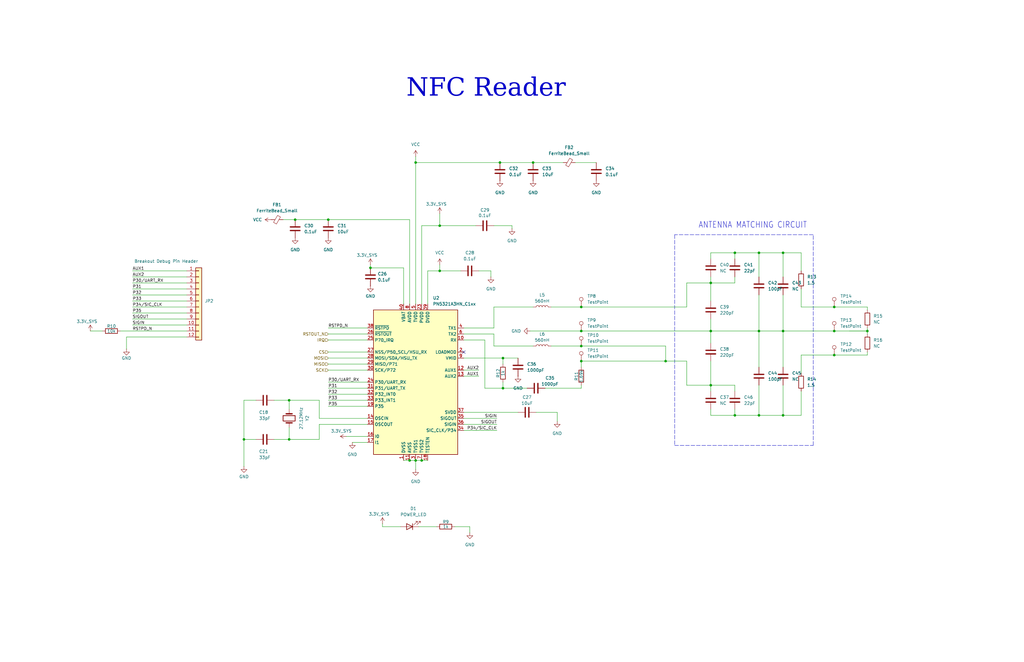
<source format=kicad_sch>
(kicad_sch (version 20231120) (generator "eeschema") (generator_version "8.0")
  (paper "B")
  (title_block (title "SCAN") (date "2024-11-25") (rev "v1.0") (company "Senior Design Group 35"))
  (lib_symbols
    (symbol "Connector:TestPoint" (pin_numbers hide) (pin_names (offset 0.762) hide)
      (property "Reference" "TP" (at 0 6.858 0))
      (property "Value" "TestPoint" (at 0 5.08 0))
      (symbol "TestPoint_0_1"
        (circle (center 0 3.302) (radius 0.762))
      )
      (symbol "TestPoint_1_1"
        (pin passive line (at 0 0 90) (length 2.54) (name "1") (number "1"))
      )
    )
    (symbol "Connector_Generic:Conn_01x12" (pin_names (offset 1.016) hide)
      (property "Reference" "J" (at 0 15.24 0))
      (property "Value" "Conn_01x12" (at 0 -17.78 0))
      (symbol "Conn_01x12_1_1"
        (rectangle (start -1.27 -15.113) (end 0 -15.367) (stroke (width 0.1524)))
        (rectangle (start -1.27 -12.573) (end 0 -12.827) (stroke (width 0.1524)))
        (rectangle (start -1.27 -10.033) (end 0 -10.287) (stroke (width 0.1524)))
        (rectangle (start -1.27 -7.493) (end 0 -7.747) (stroke (width 0.1524)))
        (rectangle (start -1.27 -4.953) (end 0 -5.207) (stroke (width 0.1524)))
        (rectangle (start -1.27 -2.413) (end 0 -2.667) (stroke (width 0.1524)))
        (rectangle (start -1.27 0.127) (end 0 -0.127) (stroke (width 0.1524)))
        (rectangle (start -1.27 2.667) (end 0 2.413) (stroke (width 0.1524)))
        (rectangle (start -1.27 5.207) (end 0 4.953) (stroke (width 0.1524)))
        (rectangle (start -1.27 7.747) (end 0 7.493) (stroke (width 0.1524)))
        (rectangle (start -1.27 10.287) (end 0 10.033) (stroke (width 0.1524)))
        (rectangle (start -1.27 12.827) (end 0 12.573) (stroke (width 0.1524)))
        (rectangle (start -1.27 13.97) (end 1.27 -16.51) (stroke (width 0.254)) (fill (type background)))
        (pin passive line (at -5.08 12.7 0) (length 3.81) (name "Pin_1") (number "1"))
        (pin passive line (at -5.08 -10.16 0) (length 3.81) (name "Pin_10") (number "10"))
        (pin passive line (at -5.08 -12.7 0) (length 3.81) (name "Pin_11") (number "11"))
        (pin passive line (at -5.08 -15.24 0) (length 3.81) (name "Pin_12") (number "12"))
        (pin passive line (at -5.08 10.16 0) (length 3.81) (name "Pin_2") (number "2"))
        (pin passive line (at -5.08 7.62 0) (length 3.81) (name "Pin_3") (number "3"))
        (pin passive line (at -5.08 5.08 0) (length 3.81) (name "Pin_4") (number "4"))
        (pin passive line (at -5.08 2.54 0) (length 3.81) (name "Pin_5") (number "5"))
        (pin passive line (at -5.08 0 0) (length 3.81) (name "Pin_6") (number "6"))
        (pin passive line (at -5.08 -2.54 0) (length 3.81) (name "Pin_7") (number "7"))
        (pin passive line (at -5.08 -5.08 0) (length 3.81) (name "Pin_8") (number "8"))
        (pin passive line (at -5.08 -7.62 0) (length 3.81) (name "Pin_9") (number "9"))
      )
    )
    (symbol "Device:C" (pin_numbers hide) (pin_names (offset 0.254))
      (property "Reference" "C" (at 0.635 2.54 0))
      (property "Value" "C" (at 0.635 -2.54 0))
      (symbol "C_0_1"
        (polyline (pts (xy -2.032 -0.762) (xy 2.032 -0.762)) (stroke (width 0.508)))
        (polyline (pts (xy -2.032 0.762) (xy 2.032 0.762)) (stroke (width 0.508)))
      )
      (symbol "C_1_1"
        (pin passive line (at 0 3.81 270) (length 2.794) (name "~") (number "1"))
        (pin passive line (at 0 -3.81 90) (length 2.794) (name "~") (number "2"))
      )
    )
    (symbol "Device:Crystal" (pin_numbers hide) (pin_names (offset 1.016) hide)
      (property "Reference" "Y" (at 0 3.81 0))
      (property "Value" "Crystal" (at 0 -3.81 0))
      (symbol "Crystal_0_1"
        (rectangle (start -1.143 2.54) (end 1.143 -2.54) (stroke (width 0.3048)))
        (polyline (pts (xy -2.54 0) (xy -1.905 0)))
        (polyline (pts (xy -1.905 -1.27) (xy -1.905 1.27)) (stroke (width 0.508)))
        (polyline (pts (xy 1.905 -1.27) (xy 1.905 1.27)) (stroke (width 0.508)))
        (polyline (pts (xy 2.54 0) (xy 1.905 0)))
      )
      (symbol "Crystal_1_1"
        (pin passive line (at -3.81 0 0) (length 1.27) (name "1") (number "1"))
        (pin passive line (at 3.81 0 180) (length 1.27) (name "2") (number "2"))
      )
    )
    (symbol "Device:FerriteBead_Small" (pin_numbers hide) (pin_names (offset 0))
      (property "Reference" "FB" (at 1.905 1.27 0))
      (property "Value" "FerriteBead_Small" (at 1.905 -1.27 0))
      (symbol "FerriteBead_Small_0_1"
        (polyline (pts (xy 0 -1.27) (xy 0 -0.7874)))
        (polyline (pts (xy 0 0.889) (xy 0 1.2954)))
        (polyline (pts (xy -1.8288 0.2794) (xy -1.1176 1.4986) (xy 1.8288 -0.2032) (xy 1.1176 -1.4224) (xy -1.8288 0.2794)))
      )
      (symbol "FerriteBead_Small_1_1"
        (pin passive line (at 0 2.54 270) (length 1.27) (name "~") (number "1"))
        (pin passive line (at 0 -2.54 90) (length 1.27) (name "~") (number "2"))
      )
    )
    (symbol "Device:L" (pin_numbers hide) (pin_names (offset 1.016) hide)
      (property "Reference" "L" (at -1.27 0 90))
      (property "Value" "L" (at 1.905 0 90))
      (symbol "L_0_1"
        (arc (start 0 -2.54) (mid 0.6323 -1.905) (end 0 -1.27))
        (arc (start 0 -1.27) (mid 0.6323 -0.635) (end 0 0))
        (arc (start 0 0) (mid 0.6323 0.635) (end 0 1.27))
        (arc (start 0 1.27) (mid 0.6323 1.905) (end 0 2.54))
      )
      (symbol "L_1_1"
        (pin passive line (at 0 3.81 270) (length 1.27) (name "1") (number "1"))
        (pin passive line (at 0 -3.81 90) (length 1.27) (name "2") (number "2"))
      )
    )
    (symbol "Device:LED" (pin_numbers hide) (pin_names (offset 1.016) hide)
      (property "Reference" "D" (at 0 2.54 0))
      (property "Value" "LED" (at 0 -2.54 0))
      (symbol "LED_0_1"
        (polyline (pts (xy -1.27 -1.27) (xy -1.27 1.27)) (stroke (width 0.254)))
        (polyline (pts (xy -1.27 0) (xy 1.27 0)))
        (polyline (pts (xy 1.27 -1.27) (xy 1.27 1.27) (xy -1.27 0) (xy 1.27 -1.27)) (stroke (width 0.254)))
        (polyline (pts (xy -3.048 -0.762) (xy -4.572 -2.286) (xy -3.81 -2.286) (xy -4.572 -2.286) (xy -4.572 -1.524)))
        (polyline (pts (xy -1.778 -0.762) (xy -3.302 -2.286) (xy -2.54 -2.286) (xy -3.302 -2.286) (xy -3.302 -1.524)))
      )
      (symbol "LED_1_1"
        (pin passive line (at -3.81 0 0) (length 2.54) (name "K") (number "1"))
        (pin passive line (at 3.81 0 180) (length 2.54) (name "A") (number "2"))
      )
    )
    (symbol "Device:R" (pin_numbers hide) (pin_names (offset 0))
      (property "Reference" "R" (at 2.032 0 90))
      (property "Value" "R" (at 0 0 90))
      (symbol "R_0_1"
        (rectangle (start -1.016 -2.54) (end 1.016 2.54) (stroke (width 0.254)))
      )
      (symbol "R_1_1"
        (pin passive line (at 0 3.81 270) (length 1.27) (name "~") (number "1"))
        (pin passive line (at 0 -3.81 90) (length 1.27) (name "~") (number "2"))
      )
    )
    (symbol "RF_NFC:PN5321A3HN_C1xx"
      (property "Reference" "U" (at -15.24 31.75 0))
      (property "Value" "PN5321A3HN_C1xx" (at 15.24 31.75 0))
      (symbol "PN5321A3HN_C1xx_0_1"
        (rectangle (start -17.78 30.48) (end 17.78 -30.48) (stroke (width 0.254)) (fill (type background)))
      )
      (symbol "PN5321A3HN_C1xx_1_1"
        (pin power_in line (at -5.08 -33.02 90) (length 2.54) (name "DVSS") (number "1"))
        (pin input line (at 20.32 17.78 180) (length 2.54) (name "RX") (number "10"))
        (pin power_in line (at -2.54 -33.02 90) (length 2.54) (name "AVSS") (number "11"))
        (pin output line (at 20.32 5.08 180) (length 2.54) (name "AUX1") (number "12"))
        (pin output line (at 20.32 2.54 180) (length 2.54) (name "AUX2") (number "13"))
        (pin input line (at -20.32 -15.24 0) (length 2.54) (name "OSCIN") (number "14"))
        (pin output line (at -20.32 -17.78 0) (length 2.54) (name "OSCOUT") (number "15"))
        (pin passive line (at -20.32 -22.86 0) (length 2.54) (name "I0") (number "16"))
        (pin passive line (at -20.32 -25.4 0) (length 2.54) (name "I1") (number "17"))
        (pin passive line (at 5.08 -33.02 90) (length 2.54) (name "TESTEN") (number "18"))
        (pin bidirectional line (at -20.32 -10.16 0) (length 2.54) (name "P35") (number "19"))
        (pin output line (at 20.32 12.7 180) (length 2.54) (name "LOADMOD") (number "2"))
        (pin no_connect line (at 17.78 -2.54 180) (length 2.54) hide (name "N.C.") (number "20"))
        (pin no_connect line (at 17.78 -5.08 180) (length 2.54) hide (name "N.C.") (number "21"))
        (pin no_connect line (at 17.78 -7.62 180) (length 2.54) hide (name "N.C.") (number "22"))
        (pin power_in line (at 2.54 33.02 270) (length 2.54) (name "PVDD") (number "23"))
        (pin bidirectional line (at -20.32 0 0) (length 2.54) (name "P30/UART_RX") (number "24"))
        (pin bidirectional line (at -20.32 17.78 0) (length 2.54) (name "P70_IRQ") (number "25"))
        (pin output line (at -20.32 20.32 0) (length 2.54) (name "~{RSTOUT}") (number "26"))
        (pin bidirectional line (at -20.32 12.7 0) (length 2.54) (name "NSS/P50_SCL/HSU_RX") (number "27"))
        (pin bidirectional line (at -20.32 10.16 0) (length 2.54) (name "MOSI/SDA/HSU_TX") (number "28"))
        (pin bidirectional line (at -20.32 7.62 0) (length 2.54) (name "MISO/P71") (number "29"))
        (pin power_in line (at 0 -33.02 90) (length 2.54) (name "TVSS1") (number "3"))
        (pin bidirectional line (at -20.32 5.08 0) (length 2.54) (name "SCK/P72") (number "30"))
        (pin bidirectional line (at -20.32 -2.54 0) (length 2.54) (name "P31/UART_TX") (number "31"))
        (pin bidirectional line (at -20.32 -5.08 0) (length 2.54) (name "P32_INT0") (number "32"))
        (pin bidirectional line (at -20.32 -7.62 0) (length 2.54) (name "P33_INT1") (number "33"))
        (pin bidirectional line (at 20.32 -20.32 180) (length 2.54) (name "SIC_CLK/P34") (number "34"))
        (pin output line (at 20.32 -15.24 180) (length 2.54) (name "SIGOUT") (number "35"))
        (pin input line (at 20.32 -17.78 180) (length 2.54) (name "SIGIN") (number "36"))
        (pin output line (at 20.32 -12.7 180) (length 2.54) (name "SVDD") (number "37"))
        (pin input line (at -20.32 22.86 0) (length 2.54) (name "~{RSTPD}") (number "38"))
        (pin power_out line (at 5.08 33.02 270) (length 2.54) (name "DVDD") (number "39"))
        (pin output line (at 20.32 22.86 180) (length 2.54) (name "TX1") (number "4"))
        (pin power_in line (at -5.08 33.02 270) (length 2.54) (name "VBAT") (number "40"))
        (pin passive line (at -2.54 -33.02 90) (length 2.54) hide (name "AVSS") (number "41"))
        (pin power_in line (at 0 33.02 270) (length 2.54) (name "TVDD") (number "5"))
        (pin output line (at 20.32 20.32 180) (length 2.54) (name "TX2") (number "6"))
        (pin power_in line (at 2.54 -33.02 90) (length 2.54) (name "TVSS2") (number "7"))
        (pin power_in line (at -2.54 33.02 270) (length 2.54) (name "AVDD") (number "8"))
        (pin output line (at 20.32 10.16 180) (length 2.54) (name "VMID") (number "9"))
      )
    )
    (symbol "power:+3.3V" (power) (pin_numbers hide) (pin_names (offset 0) hide)
      (property "Value" "+3.3V" (at 0 3.556 0))
      (symbol "+3.3V_0_1"
        (polyline (pts (xy -0.762 1.27) (xy 0 2.54)))
        (polyline (pts (xy 0 0) (xy 0 2.54)))
        (polyline (pts (xy 0 2.54) (xy 0.762 1.27)))
      )
      (symbol "+3.3V_1_1"
        (pin power_in line (at 0 0 90) (length 0) (name "~") (number "1"))
      )
    )
    (symbol "power:GND" (power) (pin_numbers hide) (pin_names (offset 0) hide)
      (property "Value" "GND" (at 0 -3.81 0))
      (symbol "GND_0_1"
        (polyline (pts (xy 0 0) (xy 0 -1.27) (xy 1.27 -1.27) (xy 0 -2.54) (xy -1.27 -1.27) (xy 0 -1.27)))
      )
      (symbol "GND_1_1"
        (pin power_in line (at 0 0 270) (length 0) (name "~") (number "1"))
      )
    )
    (symbol "power:VCC" (power) (pin_numbers hide) (pin_names (offset 0) hide)
      (property "Value" "VCC" (at 0 3.556 0))
      (symbol "VCC_0_1"
        (polyline (pts (xy -0.762 1.27) (xy 0 2.54)))
        (polyline (pts (xy 0 0) (xy 0 2.54)))
        (polyline (pts (xy 0 2.54) (xy 0.762 1.27)))
      )
      (symbol "VCC_1_1"
        (pin power_in line (at 0 0 90) (length 0) (name "~") (number "1"))
      )
    )
  )
  (junction (at 185.42 95.25))
  (junction (at 330.2 139.7))
  (junction (at 309.88 106.68))
  (junction (at 351.79 139.7))
  (junction (at 102.87 185.42))
  (junction (at 121.92 185.42))
  (junction (at 280.67 152.4))
  (junction (at 175.26 68.58))
  (junction (at 121.92 168.91))
  (junction (at 309.88 175.26))
  (junction (at 299.72 162.56))
  (junction (at 245.11 139.7))
  (junction (at 224.79 68.58))
  (junction (at 330.2 106.68))
  (junction (at 299.72 119.38))
  (junction (at 245.11 152.4))
  (junction (at 156.21 113.03))
  (junction (at 351.79 129.54))
  (junction (at 330.2 175.26))
  (junction (at 365.76 139.7))
  (junction (at 212.09 163.83))
  (junction (at 177.8 194.31))
  (junction (at 351.79 149.86))
  (junction (at 320.04 139.7))
  (junction (at 124.46 92.71))
  (junction (at 212.09 151.13))
  (junction (at 320.04 175.26))
  (junction (at 138.43 92.71))
  (junction (at 175.26 194.31))
  (junction (at 245.11 146.05))
  (junction (at 320.04 106.68))
  (junction (at 185.42 114.3))
  (junction (at 245.11 129.54))
  (junction (at 172.72 194.31))
  (junction (at 299.72 139.7))
  (junction (at 210.82 68.58))
  (no_connect (at 195.58 148.59))
  (wire (pts (xy 177.8 95.25) (xy 185.42 95.25)))
  (wire (pts (xy 320.04 162.56) (xy 320.04 175.26)) (stroke (width 0.1524)))
  (wire (pts (xy 138.43 143.51) (xy 154.94 143.51)))
  (wire (pts (xy 232.41 129.54) (xy 245.11 129.54)))
  (wire (pts (xy 330.2 106.68) (xy 330.2 116.84)) (stroke (width 0.1524)))
  (wire (pts (xy 124.46 92.71) (xy 138.43 92.71)))
  (wire (pts (xy 365.76 129.54) (xy 365.76 130.81)) (stroke (width 0.1524)))
  (wire (pts (xy 351.79 139.7) (xy 365.76 139.7)) (stroke (width 0.1524)))
  (wire (pts (xy 134.62 176.53) (xy 154.94 176.53)))
  (wire (pts (xy 195.58 181.61) (xy 209.55 181.61)))
  (wire (pts (xy 289.56 162.56) (xy 289.56 152.4)) (stroke (width 0.1524)))
  (wire (pts (xy 337.82 149.86) (xy 351.79 149.86)) (stroke (width 0.1524)))
  (wire (pts (xy 156.21 111.76) (xy 156.21 113.03)))
  (wire (pts (xy 299.72 116.84) (xy 299.72 119.38)) (stroke (width 0.1524)))
  (polyline (pts (xy 342.9 99.06) (xy 284.48 99.06)) (stroke (width 0.1524) (type dash)))
  (wire (pts (xy 161.29 220.98) (xy 161.29 222.25)))
  (wire (pts (xy 138.43 140.97) (xy 154.94 140.97)))
  (wire (pts (xy 146.05 184.15) (xy 154.94 184.15)))
  (polyline (pts (xy 342.9 187.96) (xy 342.9 99.06)) (stroke (width 0.1524) (type dash)))
  (wire (pts (xy 299.72 119.38) (xy 309.88 119.38)) (stroke (width 0.1524)))
  (wire (pts (xy 170.18 128.27) (xy 170.18 113.03)))
  (wire (pts (xy 175.26 198.12) (xy 175.26 194.31)))
  (wire (pts (xy 204.47 143.51) (xy 195.58 143.51)))
  (wire (pts (xy 185.42 90.17) (xy 185.42 95.25)))
  (wire (pts (xy 134.62 168.91) (xy 134.62 176.53)))
  (wire (pts (xy 208.28 95.25) (xy 215.9 95.25)))
  (wire (pts (xy 234.95 173.99) (xy 234.95 177.8)))
  (wire (pts (xy 337.82 114.3) (xy 337.82 106.68)) (stroke (width 0.1524)))
  (wire (pts (xy 280.67 152.4) (xy 289.56 152.4)))
  (wire (pts (xy 309.88 106.68) (xy 309.88 109.22)) (stroke (width 0.1524)))
  (wire (pts (xy 208.28 138.43) (xy 208.28 129.54)))
  (wire (pts (xy 175.26 68.58) (xy 210.82 68.58)))
  (wire (pts (xy 330.2 154.94) (xy 330.2 139.7)) (stroke (width 0.1524)))
  (wire (pts (xy 78.74 132.08) (xy 55.88 132.08)) (stroke (width 0.1524)))
  (wire (pts (xy 245.11 129.54) (xy 289.56 129.54)))
  (wire (pts (xy 172.72 92.71) (xy 172.72 128.27)))
  (wire (pts (xy 365.76 138.43) (xy 365.76 139.7)) (stroke (width 0.1524)))
  (wire (pts (xy 330.2 162.56) (xy 330.2 175.26)) (stroke (width 0.1524)))
  (wire (pts (xy 299.72 119.38) (xy 299.72 127)) (stroke (width 0.1524)))
  (wire (pts (xy 245.11 163.83) (xy 229.87 163.83)))
  (wire (pts (xy 309.88 165.1) (xy 309.88 162.56)) (stroke (width 0.1524)))
  (wire (pts (xy 78.74 137.16) (xy 55.88 137.16)) (stroke (width 0.1524)))
  (wire (pts (xy 365.76 148.59) (xy 365.76 149.86)) (stroke (width 0.1524)))
  (wire (pts (xy 222.25 163.83) (xy 212.09 163.83)))
  (wire (pts (xy 176.53 222.25) (xy 184.15 222.25)))
  (wire (pts (xy 337.82 157.48) (xy 337.82 149.86)) (stroke (width 0.1524)))
  (wire (pts (xy 299.72 172.72) (xy 299.72 175.26)) (stroke (width 0.1524)))
  (wire (pts (xy 177.8 194.31) (xy 180.34 194.31)))
  (wire (pts (xy 138.43 151.13) (xy 154.94 151.13)))
  (wire (pts (xy 245.11 154.94) (xy 245.11 152.4)))
  (polyline (pts (xy 284.48 187.96) (xy 342.9 187.96)) (stroke (width 0.1524) (type dash)))
  (wire (pts (xy 78.74 139.7) (xy 50.8 139.7)) (stroke (width 0.1524)))
  (wire (pts (xy 121.92 168.91) (xy 121.92 172.72)))
  (wire (pts (xy 138.43 148.59) (xy 154.94 148.59)))
  (wire (pts (xy 121.92 185.42) (xy 115.57 185.42)))
  (wire (pts (xy 280.67 146.05) (xy 280.67 152.4)))
  (wire (pts (xy 177.8 95.25) (xy 177.8 128.27)))
  (wire (pts (xy 138.43 156.21) (xy 154.94 156.21)))
  (wire (pts (xy 320.04 175.26) (xy 309.88 175.26)) (stroke (width 0.1524)))
  (wire (pts (xy 299.72 144.78) (xy 299.72 139.7)) (stroke (width 0.1524)))
  (wire (pts (xy 119.38 92.71) (xy 124.46 92.71)))
  (wire (pts (xy 299.72 162.56) (xy 289.56 162.56)) (stroke (width 0.1524)))
  (wire (pts (xy 245.11 163.83) (xy 245.11 162.56)))
  (wire (pts (xy 195.58 176.53) (xy 209.55 176.53)))
  (wire (pts (xy 78.74 129.54) (xy 55.88 129.54)) (stroke (width 0.1524)))
  (wire (pts (xy 365.76 139.7) (xy 358.14 139.7)))
  (wire (pts (xy 185.42 111.76) (xy 185.42 114.3)))
  (wire (pts (xy 299.72 134.62) (xy 299.72 139.7)) (stroke (width 0.1524)))
  (wire (pts (xy 330.2 139.7) (xy 320.04 139.7)) (stroke (width 0.1524)))
  (wire (pts (xy 330.2 124.46) (xy 330.2 139.7)) (stroke (width 0.1524)))
  (wire (pts (xy 180.34 114.3) (xy 180.34 128.27)))
  (wire (pts (xy 320.04 106.68) (xy 320.04 116.84)) (stroke (width 0.1524)))
  (wire (pts (xy 207.01 116.84) (xy 207.01 114.3)))
  (wire (pts (xy 121.92 180.34) (xy 121.92 185.42)))
  (wire (pts (xy 195.58 158.75) (xy 201.93 158.75)) (stroke (width 0.1524)))
  (wire (pts (xy 134.62 179.07) (xy 154.94 179.07)))
  (wire (pts (xy 351.79 129.54) (xy 365.76 129.54)) (stroke (width 0.1524)))
  (wire (pts (xy 195.58 140.97) (xy 208.28 140.97)))
  (wire (pts (xy 309.88 175.26) (xy 309.88 172.72)) (stroke (width 0.1524)))
  (wire (pts (xy 309.88 106.68) (xy 320.04 106.68)) (stroke (width 0.1524)))
  (wire (pts (xy 195.58 173.99) (xy 218.44 173.99)))
  (wire (pts (xy 299.72 152.4) (xy 299.72 162.56)) (stroke (width 0.1524)))
  (wire (pts (xy 299.72 162.56) (xy 299.72 165.1)) (stroke (width 0.1524)))
  (wire (pts (xy 172.72 194.31) (xy 175.26 194.31)))
  (wire (pts (xy 232.41 146.05) (xy 245.11 146.05)))
  (wire (pts (xy 43.18 139.7) (xy 38.1 139.7)) (stroke (width 0.1524)))
  (wire (pts (xy 198.12 224.79) (xy 198.12 222.25)))
  (wire (pts (xy 78.74 121.92) (xy 55.88 121.92)) (stroke (width 0.1524)))
  (wire (pts (xy 78.74 127) (xy 55.88 127)) (stroke (width 0.1524)))
  (wire (pts (xy 121.92 185.42) (xy 134.62 185.42)))
  (wire (pts (xy 208.28 146.05) (xy 224.79 146.05)))
  (wire (pts (xy 180.34 114.3) (xy 185.42 114.3)))
  (wire (pts (xy 156.21 113.03) (xy 170.18 113.03)))
  (wire (pts (xy 320.04 124.46) (xy 320.04 139.7)) (stroke (width 0.1524)))
  (wire (pts (xy 102.87 196.85) (xy 102.87 185.42)))
  (wire (pts (xy 208.28 140.97) (xy 208.28 146.05)))
  (wire (pts (xy 175.26 194.31) (xy 177.8 194.31)))
  (wire (pts (xy 78.74 124.46) (xy 55.88 124.46)) (stroke (width 0.1524)))
  (wire (pts (xy 138.43 166.37) (xy 154.94 166.37)))
  (wire (pts (xy 102.87 185.42) (xy 107.95 185.42)))
  (wire (pts (xy 138.43 153.67) (xy 154.94 153.67)))
  (wire (pts (xy 115.57 168.91) (xy 121.92 168.91)))
  (wire (pts (xy 224.79 68.58) (xy 237.49 68.58)))
  (wire (pts (xy 138.43 92.71) (xy 172.72 92.71)))
  (wire (pts (xy 195.58 138.43) (xy 208.28 138.43)))
  (wire (pts (xy 102.87 168.91) (xy 102.87 185.42)))
  (wire (pts (xy 212.09 163.83) (xy 204.47 163.83)))
  (wire (pts (xy 134.62 185.42) (xy 134.62 179.07)))
  (wire (pts (xy 251.46 68.58) (xy 242.57 68.58)))
  (wire (pts (xy 195.58 151.13) (xy 212.09 151.13)))
  (wire (pts (xy 53.34 142.24) (xy 53.34 147.32)) (stroke (width 0.1524)))
  (wire (pts (xy 320.04 154.94) (xy 320.04 139.7)) (stroke (width 0.1524)))
  (wire (pts (xy 234.95 173.99) (xy 226.06 173.99)))
  (wire (pts (xy 78.74 116.84) (xy 55.88 116.84)) (stroke (width 0.1524)))
  (wire (pts (xy 170.18 194.31) (xy 172.72 194.31)))
  (wire (pts (xy 289.56 119.38) (xy 289.56 129.54)) (stroke (width 0.1524)))
  (wire (pts (xy 365.76 139.7) (xy 365.76 140.97)))
  (wire (pts (xy 309.88 119.38) (xy 309.88 116.84)) (stroke (width 0.1524)))
  (wire (pts (xy 121.92 168.91) (xy 134.62 168.91)))
  (wire (pts (xy 245.11 146.05) (xy 280.67 146.05)))
  (wire (pts (xy 207.01 114.3) (xy 201.93 114.3)))
  (wire (pts (xy 299.72 106.68) (xy 309.88 106.68)) (stroke (width 0.1524)))
  (wire (pts (xy 337.82 175.26) (xy 337.82 165.1)) (stroke (width 0.1524)))
  (wire (pts (xy 337.82 175.26) (xy 330.2 175.26)) (stroke (width 0.1524)))
  (wire (pts (xy 299.72 109.22) (xy 299.72 106.68)) (stroke (width 0.1524)))
  (wire (pts (xy 337.82 129.54) (xy 337.82 121.92)) (stroke (width 0.1524)))
  (wire (pts (xy 185.42 114.3) (xy 194.31 114.3)))
  (wire (pts (xy 330.2 175.26) (xy 320.04 175.26)) (stroke (width 0.1524)))
  (wire (pts (xy 107.95 168.91) (xy 102.87 168.91)))
  (wire (pts (xy 195.58 179.07) (xy 209.55 179.07)))
  (wire (pts (xy 245.11 139.7) (xy 299.72 139.7)))
  (wire (pts (xy 138.43 171.45) (xy 154.94 171.45)))
  (wire (pts (xy 309.88 162.56) (xy 299.72 162.56)) (stroke (width 0.1524)))
  (wire (pts (xy 138.43 161.29) (xy 154.94 161.29)))
  (wire (pts (xy 148.59 186.69) (xy 154.94 186.69)))
  (wire (pts (xy 212.09 151.13) (xy 212.09 153.67)))
  (wire (pts (xy 138.43 138.43) (xy 154.94 138.43)))
  (wire (pts (xy 78.74 142.24) (xy 53.34 142.24)) (stroke (width 0.1524)))
  (wire (pts (xy 78.74 119.38) (xy 55.88 119.38)) (stroke (width 0.1524)))
  (wire (pts (xy 320.04 139.7) (xy 299.72 139.7)) (stroke (width 0.1524)))
  (wire (pts (xy 78.74 114.3) (xy 55.88 114.3)) (stroke (width 0.1524)))
  (wire (pts (xy 299.72 119.38) (xy 289.56 119.38)) (stroke (width 0.1524)))
  (wire (pts (xy 223.52 139.7) (xy 245.11 139.7)))
  (wire (pts (xy 175.26 66.04) (xy 175.26 68.58)))
  (wire (pts (xy 204.47 163.83) (xy 204.47 143.51)))
  (wire (pts (xy 78.74 134.62) (xy 55.88 134.62)) (stroke (width 0.1524)))
  (wire (pts (xy 185.42 95.25) (xy 200.66 95.25)))
  (wire (pts (xy 210.82 68.58) (xy 224.79 68.58)))
  (wire (pts (xy 245.11 152.4) (xy 280.67 152.4)))
  (wire (pts (xy 138.43 163.83) (xy 154.94 163.83)))
  (wire (pts (xy 351.79 149.86) (xy 365.76 149.86)) (stroke (width 0.1524)))
  (wire (pts (xy 330.2 106.68) (xy 337.82 106.68)) (stroke (width 0.1524)))
  (wire (pts (xy 212.09 161.29) (xy 212.09 163.83)))
  (wire (pts (xy 330.2 139.7) (xy 351.79 139.7)) (stroke (width 0.1524)))
  (wire (pts (xy 320.04 106.68) (xy 330.2 106.68)) (stroke (width 0.1524)))
  (wire (pts (xy 161.29 222.25) (xy 168.91 222.25)))
  (polyline (pts (xy 284.48 99.06) (xy 284.48 187.96)) (stroke (width 0.1524) (type dash)))
  (wire (pts (xy 198.12 222.25) (xy 191.77 222.25)))
  (wire (pts (xy 337.82 129.54) (xy 351.79 129.54)) (stroke (width 0.1524)))
  (wire (pts (xy 309.88 175.26) (xy 299.72 175.26)) (stroke (width 0.1524)))
  (wire (pts (xy 175.26 128.27) (xy 175.26 68.58)))
  (wire (pts (xy 212.09 151.13) (xy 218.44 151.13)))
  (wire (pts (xy 138.43 168.91) (xy 154.94 168.91)))
  (wire (pts (xy 215.9 95.25) (xy 215.9 96.52)))
  (wire (pts (xy 208.28 129.54) (xy 224.79 129.54)))
  (wire (pts (xy 195.58 156.21) (xy 201.93 156.21)) (stroke (width 0.1524)))
  (text "NFC Reader" (at 204.978 39.37 0) (effects (font (size 7.62 7.62) (thickness 0.9525))))
  (text "ANTENNA MATCHING CIRCUIT" (at 340.36 96.52 0) (effects (font (size 2.54 2.159)) (justify right bottom)))
  (label "P33" (at 138.43 168.91 0) (effects (font (size 1.2446 1.2446))))
  (label "AUX2" (at 201.93 156.21 180) (effects (font (size 1.2446 1.2446))))
  (label "P33" (at 55.88 127 0) (effects (font (size 1.2446 1.2446))))
  (label "P35" (at 55.88 132.08 0) (effects (font (size 1.2446 1.2446))))
  (label "RSTPD_N" (at 55.88 139.7 0) (effects (font (size 1.2446 1.2446))))
  (label "P32" (at 138.43 166.37 0) (effects (font (size 1.2446 1.2446))))
  (label "SIGIN" (at 209.55 176.53 180) (effects (font (size 1.2446 1.2446))))
  (label "SIGIN" (at 55.88 137.16 0) (effects (font (size 1.2446 1.2446))))
  (label "AUX1" (at 201.93 158.75 180) (effects (font (size 1.2446 1.2446))))
  (label "SIGOUT" (at 209.55 179.07 180) (effects (font (size 1.2446 1.2446))))
  (label "RSTPD_N" (at 138.43 138.43 0) (effects (font (size 1.2446 1.2446))))
  (label "P35" (at 138.43 171.45 0) (effects (font (size 1.2446 1.2446))))
  (label "AUX2" (at 55.88 116.84 0) (effects (font (size 1.2446 1.2446))))
  (label "P31" (at 55.88 121.92 0) (effects (font (size 1.2446 1.2446))))
  (label "AUX1" (at 55.88 114.3 0) (effects (font (size 1.2446 1.2446))))
  (label "P30/UART_RX" (at 55.88 119.38 0) (effects (font (size 1.2446 1.2446))))
  (label "P30/UART_RX" (at 138.43 161.29 0) (effects (font (size 1.2446 1.2446))))
  (label "P32" (at 55.88 124.46 0) (effects (font (size 1.2446 1.2446))))
  (label "P31" (at 138.43 163.83 0) (effects (font (size 1.2446 1.2446))))
  (label "P34/SIC_CLK" (at 55.88 129.54 0) (effects (font (size 1.2446 1.2446))))
  (label "SIGOUT" (at 55.88 134.62 0) (effects (font (size 1.2446 1.2446))))
  (label "P34/SIC_CLK" (at 209.55 181.61 180) (effects (font (size 1.2446 1.2446))))
  (hierarchical_label "RSTOUT_N" (shape input) (at 138.43 140.97 180) (effects (font (size 1.2446 1.2446))))
  (hierarchical_label "MISO" (shape input) (at 138.43 153.67 180) (effects (font (size 1.2446 1.2446))))
  (hierarchical_label "MOSI" (shape input) (at 138.43 151.13 180) (effects (font (size 1.2446 1.2446))))
  (hierarchical_label "SCK" (shape input) (at 138.43 156.21 180) (effects (font (size 1.2446 1.2446))))
  (hierarchical_label "IRQ" (shape input) (at 138.43 143.51 180) (effects (font (size 1.2446 1.2446))))
  (hierarchical_label "CS" (shape input) (at 138.43 148.59 180) (effects (font (size 1.2446 1.2446))))
  (symbol (lib_id "Connector:TestPoint") (at 245.11 129.54 0) (unit 1)
    (property "Reference" "TP8" (at 247.65 124.9679 0) (effects (justify left)))
    (property "Value" "TestPoint" (at 247.65 127.5079 0) (effects (justify left)))
    (property "Description" "test point" (effects (hide yes)))
    (instances (project "" (path "" (reference "TP8") (unit 1))) (project "SCAN" (path "" (reference "TP1") (unit 1))))
  )
  (symbol (lib_id "Connector:TestPoint") (at 351.79 139.7 0) (unit 1)
    (property "Reference" "TP13" (at 354.33 135.1279 0) (effects (justify left)))
    (property "Value" "TestPoint" (at 354.33 137.6679 0) (effects (justify left)))
    (property "Description" "test point" (effects (hide yes)))
    (instances (project "Adafruit PN532_Breakout_v1.6" (path "" (reference "TP13") (unit 1))) (project "SCAN" (path "" (reference "TP6") (unit 1))))
  )
  (symbol (lib_id "Connector_Generic:Conn_01x12") (at 83.82 127 0) (unit 1)
    (property "Reference" "JP2" (at 86.36 126.9999 0) (effects (justify left)))
    (property "Value" "Breakout Debug Pin Header" (at 56.642 110.236 0) (effects (justify left)))
    (property "Description" "Generic connector, single row, 01x12, script generated (kicad-library-utils/schlib/autogen/connector/)" (effects (hide yes)))
    (instances (project "Adafruit PN532_Breakout_v1.6" (path "" (reference "JP2") (unit 1))) (project "SCAN" (path "" (reference "JP1") (unit 1))))
  )
  (symbol (lib_id "Device:C") (at 320.04 120.65 0) (unit 1)
    (property "Reference" "C42" (at 323.85 119.3799 0) (effects (justify left)))
    (property "Value" "100pF" (at 323.85 121.9199 0) (effects (justify left)))
    (property "Description" "Unpolarized capacitor" (effects (hide yes)))
    (instances (project "Adafruit PN532_Breakout_v1.6" (path "" (reference "C42") (unit 1))) (project "SCAN" (path "" (reference "C50") (unit 1))))
  )
  (symbol (lib_id "power:GND") (at 251.46 76.2 0) (unit 1)
    (property "Reference" "#PWR044" (effects (hide yes)))
    (property "Value" "GND" (at 251.46 81.28 0))
    (property "Description" "Power symbol creates a global label with name \"GND\" , ground" (effects (hide yes)))
    (instances (project "Adafruit PN532_Breakout_v1.6" (path "" (reference "#PWR044") (unit 1))) (project "SCAN" (path "" (reference "#PWR047") (unit 1))))
  )
  (symbol (lib_id "power:VCC") (at 175.26 66.04 0) (unit 1)
    (property "Reference" "#PWR048" (effects (hide yes)))
    (property "Value" "VCC" (at 175.26 60.96 0))
    (property "Description" "Power symbol creates a global label with name \"VCC\"" (effects (hide yes)))
    (instances (project "Adafruit PN532_Breakout_v1.6" (path "" (reference "#PWR048") (unit 1))) (project "SCAN" (path "" (reference "#PWR036") (unit 1))))
  )
  (symbol (lib_id "Device:C") (at 156.21 116.84 0) (unit 1)
    (property "Reference" "C26" (at 159.258 115.57 0) (effects (justify left)))
    (property "Value" "0.1uF" (at 159.258 118.11 0) (effects (justify left)))
    (property "Description" "Unpolarized capacitor" (effects (hide yes)))
    (instances (project "Adafruit PN532_Breakout_v1.6" (path "" (reference "C26") (unit 1))) (project "SCAN" (path "" (reference "C11") (unit 1))))
  )
  (symbol (lib_id "Device:L") (at 228.6 129.54 90) (unit 1)
    (property "Reference" "L5" (at 228.6 124.46 90))
    (property "Value" "560nH" (at 228.6 127 90))
    (property "Description" "Inductor" (effects (hide yes)))
    (instances (project "" (path "" (reference "L5") (unit 1))) (project "SCAN" (path "" (reference "L1") (unit 1))))
  )
  (symbol (lib_id "Device:C") (at 226.06 163.83 90) (unit 1)
    (property "Reference" "C35" (at 231.902 159.512 90))
    (property "Value" "1000pF" (at 231.902 162.052 90))
    (property "Description" "Unpolarized capacitor" (effects (hide yes)))
    (instances (project "Adafruit PN532_Breakout_v1.6" (path "" (reference "C35") (unit 1))) (project "SCAN" (path "" (reference "C18") (unit 1))))
  )
  (symbol (lib_id "power:GND") (at 224.79 76.2 0) (unit 1)
    (property "Reference" "#PWR043" (effects (hide yes)))
    (property "Value" "GND" (at 224.79 81.28 0))
    (property "Description" "Power symbol creates a global label with name \"GND\" , ground" (effects (hide yes)))
    (instances (project "Adafruit PN532_Breakout_v1.6" (path "" (reference "#PWR043") (unit 1))) (project "SCAN" (path "" (reference "#PWR045") (unit 1))))
  )
  (symbol (lib_id "Connector:TestPoint") (at 245.11 146.05 0) (unit 1)
    (property "Reference" "TP10" (at 247.65 141.4779 0) (effects (justify left)))
    (property "Value" "TestPoint" (at 247.65 144.0179 0) (effects (justify left)))
    (property "Description" "test point" (effects (hide yes)))
    (instances (project "Adafruit PN532_Breakout_v1.6" (path "" (reference "TP10") (unit 1))) (project "SCAN" (path "" (reference "TP3") (unit 1))))
  )
  (symbol (lib_id "Device:R") (at 365.76 134.62 0) (unit 1)
    (property "Reference" "R15" (at 368.3 133.3499 0) (effects (justify left)))
    (property "Value" "NC" (at 368.3 135.8899 0) (effects (justify left)))
    (property "Description" "Resistor" (effects (hide yes)))
    (instances (project "" (path "" (reference "R15") (unit 1))) (project "SCAN" (path "" (reference "R17") (unit 1))))
  )
  (symbol (lib_id "power:VCC") (at 185.42 111.76 0) (unit 1)
    (property "Reference" "#PWR034" (effects (hide yes)))
    (property "Value" "VCC" (at 185.42 106.68 0))
    (property "Description" "Power symbol creates a global label with name \"VCC\"" (effects (hide yes)))
    (instances (project "Adafruit PN532_Breakout_v1.6" (path "" (reference "#PWR034") (unit 1))) (project "SCAN" (path "" (reference "#PWR038") (unit 1))))
  )
  (symbol (lib_id "Device:FerriteBead_Small") (at 240.03 68.58 90) (unit 1)
    (property "Reference" "FB2" (at 239.9919 62.23 90))
    (property "Value" "FerriteBead_Small" (at 239.9919 64.77 90))
    (property "Description" "Ferrite bead, small symbol" (effects (hide yes)))
  )
  (symbol (lib_id "Device:C") (at 111.76 168.91 270) (unit 1)
    (property "Reference" "C18" (at 109.22 173.9899 90) (effects (justify left)))
    (property "Value" "33pF" (at 109.22 176.5299 90) (effects (justify left)))
    (property "Description" "Unpolarized capacitor" (effects (hide yes)))
    (instances (project "" (path "" (reference "C18") (unit 1))) (project "SCAN" (path "" (reference "C7") (unit 1))))
  )
  (symbol (lib_id "power:GND") (at 102.87 196.85 0) (unit 1)
    (property "Reference" "#PWR025" (effects (hide yes)))
    (property "Value" "GND" (at 100.838 201.168 0) (effects (justify left)))
    (property "Description" "Power symbol creates a global label with name \"GND\" , ground" (effects (hide yes)))
    (instances (project "Adafruit PN532_Breakout_v1.6" (path "" (reference "#PWR025") (unit 1))) (project "SCAN" (path "" (reference "#PWR06") (unit 1))))
  )
  (symbol (lib_id "Device:L") (at 228.6 146.05 90) (unit 1)
    (property "Reference" "L6" (at 228.6 140.97 90))
    (property "Value" "560nH" (at 228.6 143.51 90))
    (property "Description" "Inductor" (effects (hide yes)))
    (instances (project "Adafruit PN532_Breakout_v1.6" (path "" (reference "L6") (unit 1))) (project "SCAN" (path "" (reference "L2") (unit 1))))
  )
  (symbol (lib_id "Device:C") (at 309.88 113.03 0) (unit 1)
    (property "Reference" "C41" (at 313.69 111.7599 0) (effects (justify left)))
    (property "Value" "22pF" (at 313.69 114.2999 0) (effects (justify left)))
    (property "Description" "Unpolarized capacitor" (effects (hide yes)))
    (instances (project "Adafruit PN532_Breakout_v1.6" (path "" (reference "C41") (unit 1))) (project "SCAN" (path "" (reference "C26") (unit 1))))
  )
  (symbol (lib_id "Device:Crystal") (at 121.92 176.53 270) (unit 1)
    (property "Reference" "Y2" (at 129.54 176.53 0))
    (property "Value" "27.12MHz" (at 127 176.53 0))
    (property "Description" "Two pin crystal" (effects (hide yes)))
    (instances (project "" (path "" (reference "Y2") (unit 1))) (project "SCAN" (path "" (reference "Y1") (unit 1))))
  )
  (symbol (lib_id "Device:R") (at 245.11 158.75 180) (unit 1)
    (property "Reference" "R11" (at 243.078 158.75 90))
    (property "Value" "1.69k" (at 245.11 158.75 90))
    (property "Description" "Resistor" (effects (hide yes)))
    (instances (project "Adafruit PN532_Breakout_v1.6" (path "" (reference "R11") (unit 1))) (project "SCAN" (path "" (reference "R14") (unit 1))))
  )
  (symbol (lib_id "Device:C") (at 111.76 185.42 270) (unit 1)
    (property "Reference" "C21" (at 109.22 190.4999 90) (effects (justify left)))
    (property "Value" "33pF" (at 109.22 193.0399 90) (effects (justify left)))
    (property "Description" "Unpolarized capacitor" (effects (hide yes)))
    (instances (project "Adafruit PN532_Breakout_v1.6" (path "" (reference "C21") (unit 1))) (project "SCAN" (path "" (reference "C8") (unit 1))))
  )
  (symbol (lib_id "Device:C") (at 309.88 168.91 0) (unit 1)
    (property "Reference" "C46" (at 313.69 167.6399 0) (effects (justify left)))
    (property "Value" "22pF" (at 313.69 170.1799 0) (effects (justify left)))
    (property "Description" "Unpolarized capacitor" (effects (hide yes)))
    (instances (project "Adafruit PN532_Breakout_v1.6" (path "" (reference "C46") (unit 1))) (project "SCAN" (path "" (reference "C49") (unit 1))))
  )
  (symbol (lib_id "Device:C") (at 124.46 96.52 180) (unit 1)
    (property "Reference" "C30" (at 128.27 95.2499 0) (effects (justify right)))
    (property "Value" "0.1uF" (at 128.27 97.7899 0) (effects (justify right)))
    (property "Description" "Unpolarized capacitor" (effects (hide yes)))
    (instances (project "Adafruit PN532_Breakout_v1.6" (path "" (reference "C30") (unit 1))) (project "SCAN" (path "" (reference "C9") (unit 1))))
  )
  (symbol (lib_id "power:GND") (at 207.01 116.84 0) (unit 1)
    (property "Reference" "#PWR036" (effects (hide yes)))
    (property "Value" "GND" (at 207.01 121.92 0))
    (property "Description" "Power symbol creates a global label with name \"GND\" , ground" (effects (hide yes)))
    (instances (project "" (path "" (reference "#PWR036") (unit 1))) (project "SCAN" (path "" (reference "#PWR040") (unit 1))))
  )
  (symbol (lib_id "power:GND") (at 215.9 96.52 0) (unit 1)
    (property "Reference" "#PWR038" (effects (hide yes)))
    (property "Value" "GND" (at 215.9 101.6 0))
    (property "Description" "Power symbol creates a global label with name \"GND\" , ground" (effects (hide yes)))
    (instances (project "Adafruit PN532_Breakout_v1.6" (path "" (reference "#PWR038") (unit 1))) (project "SCAN" (path "" (reference "#PWR042") (unit 1))))
  )
  (symbol (lib_id "Device:C") (at 330.2 158.75 0) (unit 1)
    (property "Reference" "C45" (at 334.01 157.4799 0) (effects (justify left)))
    (property "Value" "NC" (at 334.01 160.0199 0) (effects (justify left)))
    (property "Description" "Unpolarized capacitor" (effects (hide yes)))
    (instances (project "Adafruit PN532_Breakout_v1.6" (path "" (reference "C45") (unit 1))) (project "SCAN" (path "" (reference "C53") (unit 1))))
  )
  (symbol (lib_id "power:GND") (at 156.21 120.65 0) (unit 1)
    (property "Reference" "#PWR030" (effects (hide yes)))
    (property "Value" "GND" (at 156.21 124.968 0))
    (property "Description" "Power symbol creates a global label with name \"GND\" , ground" (effects (hide yes)))
    (instances (project "Adafruit PN532_Breakout_v1.6" (path "" (reference "#PWR030") (unit 1))) (project "SCAN" (path "" (reference "#PWR035") (unit 1))))
  )
  (symbol (lib_id "power:GND") (at 53.34 147.32 0) (unit 1)
    (property "Reference" "#PWR06" (effects (hide yes)))
    (property "Value" "GND" (at 53.34 151.13 0))
    (property "Description" "Power symbol creates a global label with name \"GND\" , ground" (effects (hide yes)))
    (instances (project "Adafruit PN532_Breakout_v1.6" (path "" (reference "#PWR06") (unit 1))) (project "SCAN" (path "" (reference "#PWR04") (unit 1))))
  )
  (symbol (lib_id "Device:R") (at 365.76 144.78 0) (unit 1)
    (property "Reference" "R16" (at 368.3 143.5099 0) (effects (justify left)))
    (property "Value" "NC" (at 368.3 146.0499 0) (effects (justify left)))
    (property "Description" "Resistor" (effects (hide yes)))
    (instances (project "Adafruit PN532_Breakout_v1.6" (path "" (reference "R16") (unit 1))) (project "SCAN" (path "" (reference "R18") (unit 1))))
  )
  (symbol (lib_id "power:+3.3V") (at 161.29 220.98 0) (unit 1)
    (property "Reference" "#PWR097" (effects (hide yes)))
    (property "Value" "3.3V_SYS" (at 155.448 216.916 0) (effects (justify left)))
    (property "Description" "Power symbol creates a global label with name \"+3.3V\"" (effects (hide yes)))
  )
  (symbol (lib_id "Device:C") (at 198.12 114.3 90) (unit 1)
    (property "Reference" "C28" (at 198.12 106.68 90))
    (property "Value" "0.1uF" (at 198.12 109.22 90))
    (property "Description" "Unpolarized capacitor" (effects (hide yes)))
    (instances (project "" (path "" (reference "C28") (unit 1))) (project "SCAN" (path "" (reference "C12") (unit 1))))
  )
  (symbol (lib_id "Device:C") (at 299.72 113.03 0) (unit 1)
    (property "Reference" "C40" (at 303.53 111.7599 0) (effects (justify left)))
    (property "Value" "NC" (at 303.53 114.2999 0) (effects (justify left)))
    (property "Description" "Unpolarized capacitor" (effects (hide yes)))
    (instances (project "Adafruit PN532_Breakout_v1.6" (path "" (reference "C40") (unit 1))) (project "SCAN" (path "" (reference "C20") (unit 1))))
  )
  (symbol (lib_id "power:GND") (at 198.12 224.79 0) (unit 1)
    (property "Reference" "#PWR04" (effects (hide yes)))
    (property "Value" "GND" (at 198.12 229.87 0))
    (property "Description" "Power symbol creates a global label with name \"GND\" , ground" (effects (hide yes)))
    (instances (project "" (path "" (reference "#PWR04") (unit 1))) (project "SCAN" (path "" (reference "#PWR039") (unit 1))))
  )
  (symbol (lib_id "RF_NFC:PN5321A3HN_C1xx") (at 175.26 161.29 0) (unit 1)
    (property "Reference" "U2" (at 182.5341 125.73 0) (effects (justify left)))
    (property "Value" "PN5321A3HN_C1xx" (at 182.5341 128.27 0) (effects (justify left)))
    (property "Footprint" "Package_DFN_QFN:HVQFN-40-1EP_6x6mm_P0.5mm_EP4.1x4.1mm" (effects (hide yes)))
    (property "Datasheet" "https://www.nxp.com/docs/en/nxp/data-sheets/PN532_C1.pdf" (effects (hide yes)))
    (property "Description" "Near Field Communication (NFC) controller, QFN-40" (effects (hide yes)))
    (instances (project "" (path "" (reference "U2") (unit 1))) (project "SCAN" (path "" (reference "U3") (unit 1))))
  )
  (symbol (lib_id "Device:R") (at 46.99 139.7 90) (unit 1)
    (property "Reference" "R10" (at 46.99 137.668 90))
    (property "Value" "10k" (at 46.99 139.7 90))
    (property "Description" "Resistor" (effects (hide yes)))
    (instances (project "Adafruit PN532_Breakout_v1.6" (path "" (reference "R10") (unit 1))) (project "SCAN" (path "" (reference "R11") (unit 1))))
  )
  (symbol (lib_id "Device:C") (at 299.72 130.81 0) (unit 1)
    (property "Reference" "C39" (at 303.53 129.5399 0) (effects (justify left)))
    (property "Value" "220pF" (at 303.53 132.0799 0) (effects (justify left)))
    (property "Description" "Unpolarized capacitor" (effects (hide yes)))
    (instances (project "Adafruit PN532_Breakout_v1.6" (path "" (reference "C39") (unit 1))) (project "SCAN" (path "" (reference "C21") (unit 1))))
  )
  (symbol (lib_id "power:+3.3V") (at 185.42 90.17 0) (unit 1)
    (property "Reference" "#PWR098" (effects (hide yes)))
    (property "Value" "3.3V_SYS" (at 179.578 86.106 0) (effects (justify left)))
    (property "Description" "Power symbol creates a global label with name \"+3.3V\"" (effects (hide yes)))
  )
  (symbol (lib_id "power:GND") (at 223.52 139.7 270) (unit 1)
    (property "Reference" "#PWR045" (effects (hide yes)))
    (property "Value" "GND" (at 219.71 139.6999 90) (effects (justify right)))
    (property "Description" "Power symbol creates a global label with name \"GND\" , ground" (effects (hide yes)))
    (instances (project "Adafruit PN532_Breakout_v1.6" (path "" (reference "#PWR045") (unit 1))) (project "SCAN" (path "" (reference "#PWR044") (unit 1))))
  )
  (symbol (lib_id "Device:C") (at 138.43 96.52 180) (unit 1)
    (property "Reference" "C31" (at 142.24 95.2499 0) (effects (justify right)))
    (property "Value" "10uF" (at 142.24 97.7899 0) (effects (justify right)))
    (property "Description" "Unpolarized capacitor" (effects (hide yes)))
    (instances (project "Adafruit PN532_Breakout_v1.6" (path "" (reference "C31") (unit 1))) (project "SCAN" (path "" (reference "C10") (unit 1))))
  )
  (symbol (lib_id "power:+3.3V") (at 146.05 184.15 90) (unit 1)
    (property "Reference" "#PWR095" (effects (hide yes)))
    (property "Value" "3.3V_SYS" (at 148.336 181.864 90) (effects (justify left)))
    (property "Description" "Power symbol creates a global label with name \"+3.3V\"" (effects (hide yes)))
  )
  (symbol (lib_id "power:GND") (at 218.44 158.75 0) (unit 1)
    (property "Reference" "#PWR046" (effects (hide yes)))
    (property "Value" "GND" (at 218.44 163.83 0))
    (property "Description" "Power symbol creates a global label with name \"GND\" , ground" (effects (hide yes)))
    (instances (project "Adafruit PN532_Breakout_v1.6" (path "" (reference "#PWR046") (unit 1))) (project "SCAN" (path "" (reference "#PWR043") (unit 1))))
  )
  (symbol (lib_id "Device:C") (at 251.46 72.39 180) (unit 1)
    (property "Reference" "C34" (at 255.27 71.1199 0) (effects (justify right)))
    (property "Value" "0.1uF" (at 255.27 73.6599 0) (effects (justify right)))
    (property "Description" "Unpolarized capacitor" (effects (hide yes)))
    (instances (project "Adafruit PN532_Breakout_v1.6" (path "" (reference "C34") (unit 1))) (project "SCAN" (path "" (reference "C19") (unit 1))))
  )
  (symbol (lib_id "power:GND") (at 175.26 198.12 0) (unit 1)
    (property "Reference" "#PWR01" (effects (hide yes)))
    (property "Value" "GND" (at 175.26 203.2 0))
    (property "Description" "Power symbol creates a global label with name \"GND\" , ground" (effects (hide yes)))
    (instances (project "" (path "" (reference "#PWR01") (unit 1))) (project "SCAN" (path "" (reference "#PWR037") (unit 1))))
  )
  (symbol (lib_id "Device:C") (at 204.47 95.25 90) (unit 1)
    (property "Reference" "C29" (at 204.47 88.646 90))
    (property "Value" "0.1uF" (at 204.47 90.932 90))
    (property "Description" "Unpolarized capacitor" (effects (hide yes)))
    (instances (project "Adafruit PN532_Breakout_v1.6" (path "" (reference "C29") (unit 1))) (project "SCAN" (path "" (reference "C13") (unit 1))))
  )
  (symbol (lib_id "power:GND") (at 124.46 100.33 0) (unit 1)
    (property "Reference" "#PWR040" (effects (hide yes)))
    (property "Value" "GND" (at 124.46 105.41 0))
    (property "Description" "Power symbol creates a global label with name \"GND\" , ground" (effects (hide yes)))
    (instances (project "Adafruit PN532_Breakout_v1.6" (path "" (reference "#PWR040") (unit 1))) (project "SCAN" (path "" (reference "#PWR030") (unit 1))))
  )
  (symbol (lib_id "Device:C") (at 218.44 154.94 180) (unit 1)
    (property "Reference" "C36" (at 222.25 153.6699 0) (effects (justify right)))
    (property "Value" "1000pF" (at 222.25 156.2099 0) (effects (justify right)))
    (property "Description" "Unpolarized capacitor" (effects (hide yes)))
    (instances (project "Adafruit PN532_Breakout_v1.6" (path "" (reference "C36") (unit 1))) (project "SCAN" (path "" (reference "C15") (unit 1))))
  )
  (symbol (lib_id "power:GND") (at 138.43 100.33 0) (unit 1)
    (property "Reference" "#PWR041" (effects (hide yes)))
    (property "Value" "GND" (at 138.43 105.41 0))
    (property "Description" "Power symbol creates a global label with name \"GND\" , ground" (effects (hide yes)))
    (instances (project "Adafruit PN532_Breakout_v1.6" (path "" (reference "#PWR041") (unit 1))) (project "SCAN" (path "" (reference "#PWR031") (unit 1))))
  )
  (symbol (lib_id "Device:LED") (at 172.72 222.25 180) (unit 1)
    (property "Reference" "D1" (at 174.3075 214.63 0))
    (property "Value" "POWER_LED" (at 174.3075 217.17 0))
    (property "Description" "Light emitting diode" (effects (hide yes)))
  )
  (symbol (lib_id "Device:R") (at 212.09 157.48 180) (unit 1)
    (property "Reference" "R12" (at 210.058 157.48 90))
    (property "Value" "1k" (at 212.09 157.48 90))
    (property "Description" "Resistor" (effects (hide yes)))
    (instances (project "Adafruit PN532_Breakout_v1.6" (path "" (reference "R12") (unit 1))) (project "SCAN" (path "" (reference "R13") (unit 1))))
  )
  (symbol (lib_id "Device:C") (at 299.72 148.59 0) (unit 1)
    (property "Reference" "C38" (at 303.53 147.3199 0) (effects (justify left)))
    (property "Value" "220pF" (at 303.53 149.8599 0) (effects (justify left)))
    (property "Description" "Unpolarized capacitor" (effects (hide yes)))
    (instances (project "Adafruit PN532_Breakout_v1.6" (path "" (reference "C38") (unit 1))) (project "SCAN" (path "" (reference "C22") (unit 1))))
  )
  (symbol (lib_id "Device:C") (at 299.72 168.91 0) (unit 1)
    (property "Reference" "C37" (at 303.53 167.6399 0) (effects (justify left)))
    (property "Value" "NC" (at 303.53 170.1799 0) (effects (justify left)))
    (property "Description" "Unpolarized capacitor" (effects (hide yes)))
    (instances (project "" (path "" (reference "C37") (unit 1))) (project "SCAN" (path "" (reference "C23") (unit 1))))
  )
  (symbol (lib_id "Device:R") (at 337.82 118.11 0) (unit 1)
    (property "Reference" "R13" (at 340.36 116.8399 0) (effects (justify left)))
    (property "Value" "1.5" (at 340.36 119.3799 0) (effects (justify left)))
    (property "Description" "Resistor" (effects (hide yes)))
    (instances (project "" (path "" (reference "R13") (unit 1))) (project "SCAN" (path "" (reference "R15") (unit 1))))
  )
  (symbol (lib_id "Connector:TestPoint") (at 245.11 152.4 0) (unit 1)
    (property "Reference" "TP11" (at 247.65 147.8279 0) (effects (justify left)))
    (property "Value" "TestPoint" (at 247.65 150.3679 0) (effects (justify left)))
    (property "Description" "test point" (effects (hide yes)))
    (instances (project "Adafruit PN532_Breakout_v1.6" (path "" (reference "TP11") (unit 1))) (project "SCAN" (path "" (reference "TP4") (unit 1))))
  )
  (symbol (lib_id "power:+3.3V") (at 38.1 139.7 0) (unit 1)
    (property "Reference" "#PWR048" (effects (hide yes)))
    (property "Value" "3.3V_SYS" (at 32.258 135.636 0) (effects (justify left)))
    (property "Description" "Power symbol creates a global label with name \"+3.3V\"" (effects (hide yes)))
  )
  (symbol (lib_id "Device:C") (at 222.25 173.99 90) (unit 1)
    (property "Reference" "C27" (at 222.25 167.64 90))
    (property "Value" "10uF" (at 222.25 170.18 90))
    (property "Description" "Unpolarized capacitor" (effects (hide yes)))
    (instances (project "" (path "" (reference "C27") (unit 1))) (project "SCAN" (path "" (reference "C16") (unit 1))))
  )
  (symbol (lib_id "Connector:TestPoint") (at 351.79 149.86 0) (unit 1)
    (property "Reference" "TP12" (at 354.33 145.2879 0) (effects (justify left)))
    (property "Value" "TestPoint" (at 354.33 147.8279 0) (effects (justify left)))
    (property "Description" "test point" (effects (hide yes)))
    (instances (project "Adafruit PN532_Breakout_v1.6" (path "" (reference "TP12") (unit 1))) (project "SCAN" (path "" (reference "TP7") (unit 1))))
  )
  (symbol (lib_id "Device:C") (at 210.82 72.39 180) (unit 1)
    (property "Reference" "C32" (at 214.63 71.1199 0) (effects (justify right)))
    (property "Value" "0.1uF" (at 214.63 73.6599 0) (effects (justify right)))
    (property "Description" "Unpolarized capacitor" (effects (hide yes)))
    (instances (project "Adafruit PN532_Breakout_v1.6" (path "" (reference "C32") (unit 1))) (project "SCAN" (path "" (reference "C14") (unit 1))))
  )
  (symbol (lib_id "Connector:TestPoint") (at 245.11 139.7 0) (unit 1)
    (property "Reference" "TP9" (at 247.65 135.1279 0) (effects (justify left)))
    (property "Value" "TestPoint" (at 247.65 137.6679 0) (effects (justify left)))
    (property "Description" "test point" (effects (hide yes)))
    (instances (project "Adafruit PN532_Breakout_v1.6" (path "" (reference "TP9") (unit 1))) (project "SCAN" (path "" (reference "TP2") (unit 1))))
  )
  (symbol (lib_id "Connector:TestPoint") (at 351.79 129.54 0) (unit 1)
    (property "Reference" "TP14" (at 354.33 124.9679 0) (effects (justify left)))
    (property "Value" "TestPoint" (at 354.33 127.5079 0) (effects (justify left)))
    (property "Description" "test point" (effects (hide yes)))
    (instances (project "Adafruit PN532_Breakout_v1.6" (path "" (reference "TP14") (unit 1))) (project "SCAN" (path "" (reference "TP5") (unit 1))))
  )
  (symbol (lib_id "power:GND") (at 210.82 76.2 0) (unit 1)
    (property "Reference" "#PWR042" (effects (hide yes)))
    (property "Value" "GND" (at 210.82 81.28 0))
    (property "Description" "Power symbol creates a global label with name \"GND\" , ground" (effects (hide yes)))
    (instances (project "Adafruit PN532_Breakout_v1.6" (path "" (reference "#PWR042") (unit 1))) (project "SCAN" (path "" (reference "#PWR041") (unit 1))))
  )
  (symbol (lib_id "power:+3.3V") (at 156.21 111.76 0) (unit 1)
    (property "Reference" "#PWR096" (effects (hide yes)))
    (property "Value" "3.3V_SYS" (at 150.368 107.696 0) (effects (justify left)))
    (property "Description" "Power symbol creates a global label with name \"+3.3V\"" (effects (hide yes)))
  )
  (symbol (lib_id "Device:R") (at 187.96 222.25 90) (unit 1)
    (property "Reference" "R9" (at 187.96 220.218 90))
    (property "Value" "1k" (at 187.96 222.25 90))
    (property "Description" "Resistor" (effects (hide yes)))
    (instances (project "" (path "" (reference "R9") (unit 1))) (project "SCAN" (path "" (reference "R12") (unit 1))))
  )
  (symbol (lib_id "Device:FerriteBead_Small") (at 116.84 92.71 90) (unit 1)
    (property "Reference" "FB1" (at 116.8019 86.36 90))
    (property "Value" "FerriteBead_Small" (at 116.8019 88.9 90))
    (property "Description" "Ferrite bead, small symbol" (effects (hide yes)))
  )
  (symbol (lib_id "Device:C") (at 330.2 120.65 0) (unit 1)
    (property "Reference" "C43" (at 334.01 119.3799 0) (effects (justify left)))
    (property "Value" "NC" (at 334.01 121.9199 0) (effects (justify left)))
    (property "Description" "Unpolarized capacitor" (effects (hide yes)))
    (instances (project "Adafruit PN532_Breakout_v1.6" (path "" (reference "C43") (unit 1))) (project "SCAN" (path "" (reference "C52") (unit 1))))
  )
  (symbol (lib_id "Device:R") (at 337.82 161.29 0) (unit 1)
    (property "Reference" "R14" (at 340.36 160.0199 0) (effects (justify left)))
    (property "Value" "1.5" (at 340.36 162.5599 0) (effects (justify left)))
    (property "Description" "Resistor" (effects (hide yes)))
    (instances (project "Adafruit PN532_Breakout_v1.6" (path "" (reference "R14") (unit 1))) (project "SCAN" (path "" (reference "R16") (unit 1))))
  )
  (symbol (lib_id "Device:C") (at 320.04 158.75 0) (unit 1)
    (property "Reference" "C44" (at 323.85 157.4799 0) (effects (justify left)))
    (property "Value" "100pF" (at 323.85 160.0199 0) (effects (justify left)))
    (property "Description" "Unpolarized capacitor" (effects (hide yes)))
    (instances (project "Adafruit PN532_Breakout_v1.6" (path "" (reference "C44") (unit 1))) (project "SCAN" (path "" (reference "C51") (unit 1))))
  )
  (symbol (lib_id "Device:C") (at 224.79 72.39 180) (unit 1)
    (property "Reference" "C33" (at 228.6 71.1199 0) (effects (justify right)))
    (property "Value" "10uF" (at 228.6 73.6599 0) (effects (justify right)))
    (property "Description" "Unpolarized capacitor" (effects (hide yes)))
    (instances (project "Adafruit PN532_Breakout_v1.6" (path "" (reference "C33") (unit 1))) (project "SCAN" (path "" (reference "C17") (unit 1))))
  )
  (symbol (lib_id "power:VCC") (at 114.3 92.71 90) (unit 1)
    (property "Reference" "#PWR047" (effects (hide yes)))
    (property "Value" "VCC" (at 110.49 92.7099 90) (effects (justify left)))
    (property "Description" "Power symbol creates a global label with name \"VCC\"" (effects (hide yes)))
    (instances (project "" (path "" (reference "#PWR047") (unit 1))) (project "SCAN" (path "" (reference "#PWR07") (unit 1))))
  )
  (symbol (lib_id "power:GND") (at 148.59 186.69 0) (unit 1)
    (property "Reference" "#PWR023" (effects (hide yes)))
    (property "Value" "GND" (at 148.59 191.77 0))
    (property "Description" "Power symbol creates a global label with name \"GND\" , ground" (effects (hide yes)))
    (instances (project "Adafruit PN532_Breakout_v1.6" (path "" (reference "#PWR023") (unit 1))) (project "SCAN" (path "" (reference "#PWR034") (unit 1))))
  )
  (symbol (lib_id "power:GND") (at 234.95 177.8 0) (unit 1)
    (property "Reference" "#PWR031" (effects (hide yes)))
    (property "Value" "GND" (at 234.95 182.88 0))
    (property "Description" "Power symbol creates a global label with name \"GND\" , ground" (effects (hide yes)))
    (instances (project "Adafruit PN532_Breakout_v1.6" (path "" (reference "#PWR031") (unit 1))) (project "SCAN" (path "" (reference "#PWR046") (unit 1))))
  )
)
</source>
